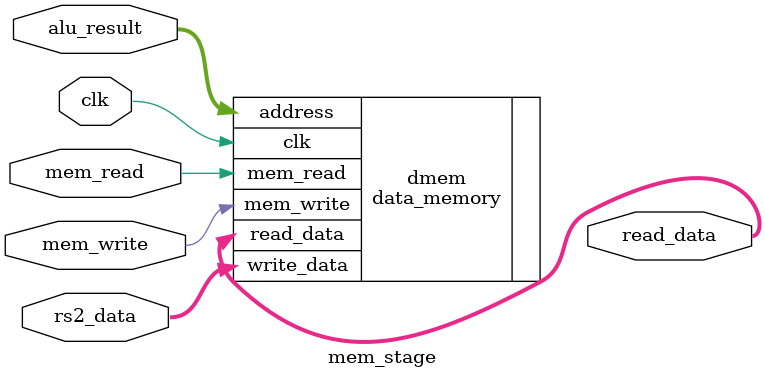
<source format=v>

module mem_stage (
    input wire clk,
    input wire [63:0] alu_result,
    input wire [63:0] rs2_data,
    input wire mem_read,
    input wire mem_write,
    output wire [63:0] read_data
);
    // Data memory
    data_memory dmem (
        .clk(clk),
        .mem_read(mem_read),
        .mem_write(mem_write),
        .address(alu_result),  // Address from ALU (base + offset)
        .write_data(rs2_data), // Data to write for SD
        .read_data(read_data)  // Data read for LD
    );

    // Debug output
    always @(posedge clk) begin
        if (mem_write)
            $display("MEM: Store %h to address %h", rs2_data, alu_result);
        if (mem_read)
            $display("MEM: Load %h from address %h", read_data, alu_result);
    end

endmodule
</source>
